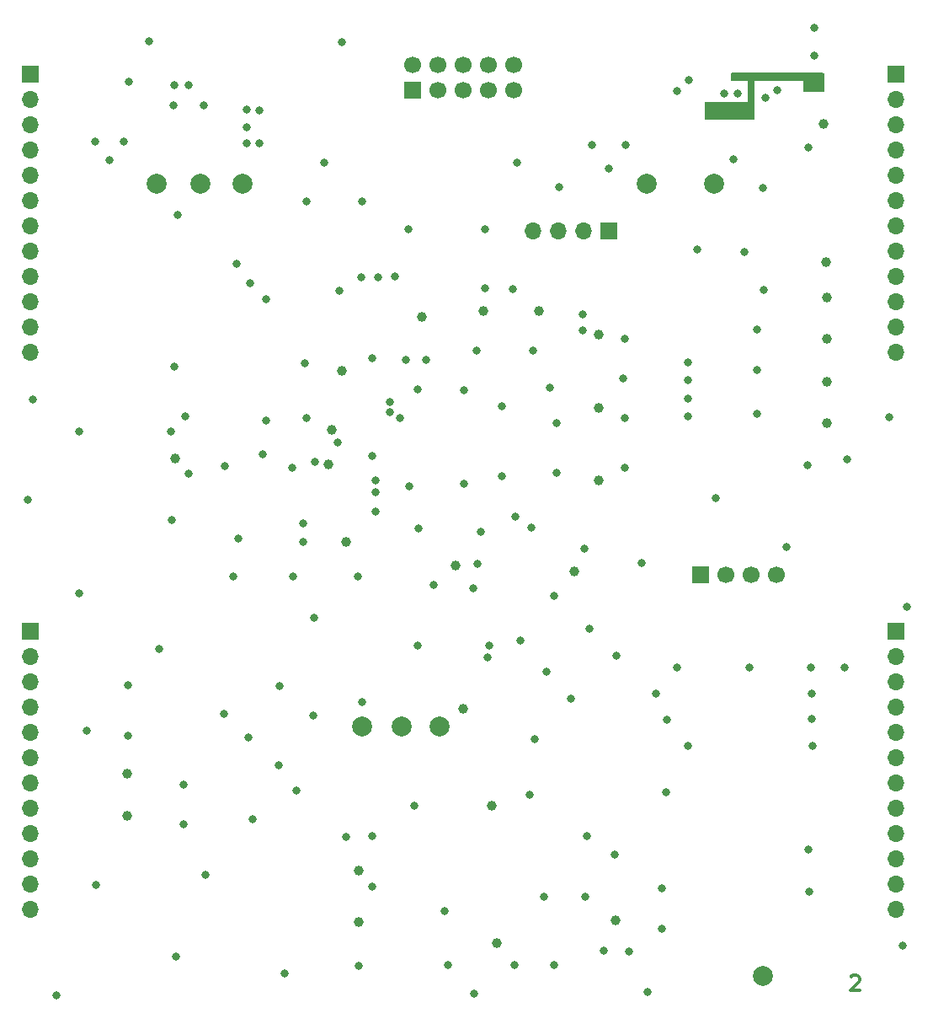
<source format=gbr>
G04 %TF.GenerationSoftware,KiCad,Pcbnew,(6.0.8)@% jlc*
G04 %TF.CreationDate,2022-10-20T13:21:54+01:00@% jlc*
G04 %TF.ProjectId,Punck_Components,50756e63-6b5f-4436-9f6d-706f6e656e74,rev?@% jlc*
G04 %TF.SameCoordinates,Original@% jlc*
G04 %TF.FileFunction,Copper,L2,Inr@% jlc*
G04 %TF.FilePolarity,Positive@% jlc*
%FSLAX46Y46*%
G04 Gerber Fmt 4.6, Leading zero omitted, Abs format (unit mm)*
G04 Created by KiCad (PCBNEW (6.0.8)) date 2022-10-20 13:21:54*
%MOMM*%
%LPD*%
G01*
G04 APERTURE LIST*
%ADD10C,0.300000*%
G04 %TA.AperFunction,NonConductor@% jlc*
%ADD11C,0.300000*%
G04 %TD@% jlc*
G04 %TA.AperFunction,ComponentPad@% jlc*
%ADD12R,1.700000X1.700000*%
G04 %TD@% jlc*
G04 %TA.AperFunction,ComponentPad@% jlc*
%ADD13C,1.700000*%
G04 %TD@% jlc*
G04 %TA.AperFunction,ComponentPad@% jlc*
%ADD14C,2.000000*%
G04 %TD@% jlc*
G04 %TA.AperFunction,ComponentPad@% jlc*
%ADD15O,1.700000X1.700000*%
G04 %TD@% jlc*
G04 %TA.AperFunction,ViaPad@% jlc*
%ADD16C,1.000000*%
G04 %TD@% jlc*
G04 %TA.AperFunction,ViaPad@% jlc*
%ADD17C,0.800000*%
G04 %TD@% jlc*
G04 APERTURE END LIST*
D10*
G04 %TO.C,FID1@% jlc*
D11*
X154571428Y-146721428D02*
X154642857Y-146650000D01*
X154785714Y-146578571D01*
X155142857Y-146578571D01*
X155285714Y-146650000D01*
X155357142Y-146721428D01*
X155428571Y-146864285D01*
X155428571Y-147007142D01*
X155357142Y-147221428D01*
X154500000Y-148078571D01*
X155428571Y-148078571D01*
G04 %TD@% jlc*
D12*
G04 %TO.N,-12V@% jlc*
G04 %TO.C,J7@% jlc*
X110500000Y-57662500D03*
D13*
X110500000Y-55122500D03*
G04 %TO.N,GND@% jlc*
X113040000Y-57662500D03*
X113040000Y-55122500D03*
X115580000Y-57662500D03*
X115580000Y-55122500D03*
X118120000Y-57662500D03*
X118120000Y-55122500D03*
G04 %TO.N,+12V@% jlc*
X120660000Y-57662500D03*
X120660000Y-55122500D03*
G04 %TD@% jlc*
D14*
G04 %TO.N,GND@% jlc*
G04 %TO.C,TP9@% jlc*
X145700000Y-146600000D03*
G04 %TD@% jlc*
G04 %TO.N,/DAC_BCLK@% jlc*
G04 %TO.C,TP3@% jlc*
X109400000Y-121600000D03*
G04 %TD@% jlc*
G04 %TO.N,VEE@% jlc*
G04 %TO.C,TP8@% jlc*
X84800000Y-67000000D03*
G04 %TD@% jlc*
G04 %TO.N,VCC@% jlc*
G04 %TO.C,TP7@% jlc*
X93400000Y-67000000D03*
G04 %TD@% jlc*
D12*
G04 %TO.N,/DAC2@% jlc*
G04 %TO.C,J5@% jlc*
X130200000Y-71800000D03*
D15*
G04 %TO.N,/DAC1@% jlc*
X127660000Y-71800000D03*
G04 %TO.N,/UART_RX@% jlc*
X125120000Y-71800000D03*
G04 %TO.N,/UART_TX@% jlc*
X122580000Y-71800000D03*
G04 %TD@% jlc*
D14*
G04 %TO.N,/DAC_LRCLK@% jlc*
G04 %TO.C,TP1@% jlc*
X105400000Y-121600000D03*
G04 %TD@% jlc*
G04 %TO.N,+3.3VA@% jlc*
G04 %TO.C,TP6@% jlc*
X89200000Y-67000000D03*
G04 %TD@% jlc*
G04 %TO.N,+3V3@% jlc*
G04 %TO.C,TP5@% jlc*
X140800000Y-67000000D03*
G04 %TD@% jlc*
D12*
G04 %TO.N,+3V3@% jlc*
G04 %TO.C,J6@% jlc*
X139500000Y-106300000D03*
D13*
G04 %TO.N,GND@% jlc*
X142040000Y-106300000D03*
G04 %TO.N,/SWIO@% jlc*
X144580000Y-106300000D03*
G04 %TO.N,/SWCLK@% jlc*
X147120000Y-106300000D03*
G04 %TD@% jlc*
D14*
G04 %TO.N,/DAC_DATA@% jlc*
G04 %TO.C,TP2@% jlc*
X113200000Y-121600000D03*
G04 %TD@% jlc*
G04 %TO.N,GND@% jlc*
G04 %TO.C,TP4@% jlc*
X134000000Y-67000000D03*
G04 %TD@% jlc*
D12*
G04 %TO.N,GND@% jlc*
G04 %TO.C,J3@% jlc*
X159100000Y-56000000D03*
D15*
G04 %TO.N,/SA_BTN@% jlc*
X159100000Y-58540000D03*
G04 %TO.N,/KI_BTN@% jlc*
X159100000Y-61080000D03*
G04 %TO.N,/SN_BTN@% jlc*
X159100000Y-63620000D03*
G04 %TO.N,/SA_LED@% jlc*
X159100000Y-66160000D03*
G04 %TO.N,/SB_BTN@% jlc*
X159100000Y-68700000D03*
G04 %TO.N,/SB_LED@% jlc*
X159100000Y-71240000D03*
G04 %TO.N,/MIDI_LEARN@% jlc*
X159100000Y-73780000D03*
G04 %TO.N,/MIDI_IN@% jlc*
X159100000Y-76320000D03*
G04 %TO.N,/CH_IN@% jlc*
X159100000Y-78860000D03*
G04 %TO.N,/OH_IN@% jlc*
X159100000Y-81400000D03*
G04 %TO.N,GND@% jlc*
X159100000Y-83940000D03*
G04 %TD@% jlc*
D12*
G04 %TO.N,GND@% jlc*
G04 %TO.C,J1@% jlc*
X72100000Y-56000000D03*
D15*
G04 %TO.N,/SNARE_FILTER_POT@% jlc*
X72100000Y-58540000D03*
G04 %TO.N,/SAMPLER_A_VOICE_POT@% jlc*
X72100000Y-61080000D03*
G04 %TO.N,/KICK_ATTACK_POT@% jlc*
X72100000Y-63620000D03*
G04 %TO.N,/KICK_DECAY_POT@% jlc*
X72100000Y-66160000D03*
G04 %TO.N,/KICK_VOL_POT@% jlc*
X72100000Y-68700000D03*
G04 %TO.N,/SNARE_TUNING_POT@% jlc*
X72100000Y-71240000D03*
G04 %TO.N,/HIHAT_DECAY_POT@% jlc*
X72100000Y-73780000D03*
G04 %TO.N,/SAMPLER_B_VOICE_POT@% jlc*
X72100000Y-76320000D03*
G04 %TO.N,/SNARE_VOL_POT@% jlc*
X72100000Y-78860000D03*
G04 %TO.N,/SAMPLER_A_SPEED_POT@% jlc*
X72100000Y-81400000D03*
G04 %TO.N,/SAMPLER_B_SPEED_POT@% jlc*
X72100000Y-83940000D03*
G04 %TD@% jlc*
D12*
G04 %TO.N,/SNARE_IN@% jlc*
G04 %TO.C,J4@% jlc*
X159100000Y-112000000D03*
D15*
G04 %TO.N,/KICK_IN@% jlc*
X159100000Y-114540000D03*
G04 %TO.N,/USB_DP@% jlc*
X159100000Y-117080000D03*
G04 %TO.N,/USB_DM@% jlc*
X159100000Y-119620000D03*
G04 %TO.N,/USB_VBUS@% jlc*
X159100000Y-122160000D03*
G04 %TO.N,/KI_LED@% jlc*
X159100000Y-124700000D03*
G04 %TO.N,/SN_LED@% jlc*
X159100000Y-127240000D03*
G04 %TO.N,/HH_LED@% jlc*
X159100000Y-129780000D03*
G04 %TO.N,/SEQ_SELECT@% jlc*
X159100000Y-132320000D03*
G04 %TO.N,GND@% jlc*
X159100000Y-134860000D03*
X159100000Y-137400000D03*
G04 %TO.N,+3.3VA@% jlc*
X159100000Y-139940000D03*
G04 %TD@% jlc*
D12*
G04 %TO.N,GND@% jlc*
G04 %TO.C,J2@% jlc*
X72100000Y-112000000D03*
D15*
G04 %TO.N,/HIHAT_VOL_POT@% jlc*
X72100000Y-114540000D03*
G04 %TO.N,/SAMPLER_A_VOL_POT@% jlc*
X72100000Y-117080000D03*
G04 %TO.N,/SAMPLER_B_VOL_POT@% jlc*
X72100000Y-119620000D03*
G04 %TO.N,/HH_BTN@% jlc*
X72100000Y-122160000D03*
G04 %TO.N,/TEMPO_POT@% jlc*
X72100000Y-124700000D03*
G04 %TO.N,/SAMPLER_A_IN@% jlc*
X72100000Y-127240000D03*
G04 %TO.N,/SAMPLER_B_IN@% jlc*
X72100000Y-129780000D03*
G04 %TO.N,/AUDIO_OUT_R@% jlc*
X72100000Y-132320000D03*
G04 %TO.N,/TEMPO_OUT@% jlc*
X72100000Y-134860000D03*
G04 %TO.N,/AUDIO_OUT_L@% jlc*
X72100000Y-137400000D03*
G04 %TO.N,GND@% jlc*
X72100000Y-139940000D03*
G04 %TD@% jlc*
D16*
G04 %TO.N,+3.3VA@% jlc*
X81786250Y-126300000D03*
X152200000Y-86900000D03*
X119000000Y-143300000D03*
X152200000Y-91100000D03*
X81786250Y-130500000D03*
X152200000Y-78500000D03*
X152200000Y-82600000D03*
X152100000Y-74900000D03*
X130900000Y-141000000D03*
D17*
G04 %TO.N,/SN_BTN@% jlc*
X138200000Y-88600000D03*
G04 %TO.N,/SA_BTN@% jlc*
X138200000Y-85000000D03*
G04 %TO.N,GND@% jlc*
X94400000Y-130900000D03*
X135600000Y-137800000D03*
X84000000Y-52700000D03*
X145700000Y-67500000D03*
X123950000Y-116100000D03*
X132250000Y-144150000D03*
X131800000Y-95600000D03*
X85000000Y-113800000D03*
X147150000Y-57600000D03*
X105400000Y-119100000D03*
X115700000Y-97200000D03*
X128300000Y-111750000D03*
X145150000Y-90150000D03*
X150550000Y-115600000D03*
X97100000Y-117500000D03*
X108750000Y-76350000D03*
X103850000Y-132650000D03*
X131800000Y-90600000D03*
X103150000Y-77750000D03*
X86450000Y-59200000D03*
X139100000Y-73600000D03*
X89500000Y-59200000D03*
X99850000Y-68800000D03*
X92450000Y-106500000D03*
X134100000Y-148200000D03*
X95100000Y-59650000D03*
X99700000Y-85100000D03*
X93800000Y-61350000D03*
X122300000Y-128400000D03*
X125000000Y-96100000D03*
X129700000Y-144100000D03*
X160200000Y-109500000D03*
X93800000Y-59600000D03*
X71800000Y-98800000D03*
X88000000Y-57100000D03*
X153900000Y-115600000D03*
X130200000Y-65550000D03*
X86200000Y-91900000D03*
X143900000Y-73900000D03*
X135600000Y-141900000D03*
X80000000Y-64650000D03*
X150700000Y-123500000D03*
X110650000Y-129500000D03*
X128550000Y-63150000D03*
X117400000Y-102000000D03*
X95800000Y-90800000D03*
X143150000Y-57950000D03*
X86500000Y-57100000D03*
X77700000Y-122000000D03*
X100700000Y-95000000D03*
X119500000Y-89400000D03*
X130950000Y-114450000D03*
X137100000Y-57750000D03*
X86500000Y-85400000D03*
X154150000Y-94750000D03*
X116700000Y-148400000D03*
X101600000Y-64900000D03*
X130800000Y-134400000D03*
X126400000Y-118800000D03*
X106400000Y-137650000D03*
X107000000Y-76400000D03*
X145100000Y-81700000D03*
X92800000Y-75100000D03*
X81900000Y-117400000D03*
X112600000Y-107300000D03*
X131800000Y-82650000D03*
X99500000Y-101200000D03*
X116600000Y-107700000D03*
X94000000Y-122700000D03*
X109200000Y-90600000D03*
X78700000Y-137500000D03*
X144400000Y-115600000D03*
X135000000Y-118300000D03*
X137100000Y-115600000D03*
X89700000Y-136500000D03*
X142800000Y-64600000D03*
X106400000Y-84600000D03*
X119500000Y-96400000D03*
X136100000Y-120900000D03*
X123700000Y-138700000D03*
X100500000Y-120500000D03*
X148100000Y-103500000D03*
X133500000Y-105100000D03*
X124700000Y-108400000D03*
X99500000Y-103000000D03*
X86300000Y-100850000D03*
X120750000Y-145500000D03*
X158400000Y-90500000D03*
X77000000Y-108200000D03*
X97000000Y-125500000D03*
X121300000Y-112900000D03*
X125200000Y-67400000D03*
X150900000Y-51400000D03*
X122800000Y-122800000D03*
X124700000Y-145500000D03*
X106800000Y-96850000D03*
X150600000Y-118300000D03*
X141850000Y-57950000D03*
X87600000Y-90400000D03*
X136000000Y-128200000D03*
X97600000Y-146400000D03*
X141000000Y-98600000D03*
X105000000Y-106500000D03*
X150600000Y-120800000D03*
X145800000Y-77700000D03*
X87450000Y-127400000D03*
X100600000Y-110600000D03*
X82000000Y-56800000D03*
X87448750Y-131400000D03*
X93800000Y-63000000D03*
X110100000Y-71600000D03*
X86700000Y-144700000D03*
X86900000Y-70200000D03*
X131900000Y-63150000D03*
X77000000Y-91900000D03*
X145950000Y-58400000D03*
X95100000Y-62950000D03*
X98500000Y-106500000D03*
X103400000Y-52800000D03*
X150900000Y-54200000D03*
X105350000Y-76400000D03*
X138200000Y-123500000D03*
X131700000Y-86600000D03*
X115700000Y-87800000D03*
X116900000Y-83800000D03*
X125000000Y-91100000D03*
X74700000Y-148600000D03*
X91500000Y-120300000D03*
X145150000Y-85750000D03*
X121000000Y-64900000D03*
X113700000Y-140100000D03*
X150200000Y-95300000D03*
X72300000Y-88700000D03*
X117750000Y-71600000D03*
X138250000Y-56600000D03*
X117800000Y-77500000D03*
X127850000Y-138700000D03*
X105400000Y-68800000D03*
X150300000Y-133900000D03*
X128000000Y-132600000D03*
X159800000Y-143600000D03*
X150300000Y-63400000D03*
X127800000Y-103700000D03*
X105100000Y-145650000D03*
X150400000Y-138150000D03*
X99800000Y-90600000D03*
X120550000Y-77600000D03*
X98800000Y-128000000D03*
X81900000Y-122500000D03*
X78600000Y-62800000D03*
X81450000Y-62800000D03*
X124300000Y-87500000D03*
X106400000Y-132600000D03*
X111000000Y-87700000D03*
X114100000Y-145550000D03*
G04 %TO.N,/KI_BTN@% jlc*
X138200000Y-86800000D03*
G04 %TO.N,/SB_BTN@% jlc*
X138200000Y-90400000D03*
G04 %TO.N,/SNARE_FILTER_POT@% jlc*
X94200000Y-77000000D03*
X111850000Y-84750000D03*
G04 %TO.N,/SAMPLER_A_VOICE_POT@% jlc*
X109850000Y-84750000D03*
X95800000Y-78600000D03*
G04 %TO.N,/SAMPLER_A_VOL_POT@% jlc*
X87970000Y-96170000D03*
X108215055Y-88974192D03*
G04 %TO.N,/SAMPLER_B_VOL_POT@% jlc*
X91600000Y-95400000D03*
X108250000Y-90000000D03*
G04 %TO.N,/TEMPO_POT@% jlc*
X93000000Y-102700000D03*
X103000000Y-93000000D03*
D16*
G04 %TO.N,+3V3@% jlc*
X151800000Y-61000000D03*
X118500000Y-129550000D03*
X129200000Y-96800000D03*
X129200000Y-89600000D03*
X115600000Y-119800000D03*
X86600000Y-94600000D03*
X126800000Y-106000000D03*
X114800000Y-105400000D03*
X123200000Y-79800000D03*
X102000000Y-95200000D03*
X111400000Y-80400000D03*
X103800000Y-103000000D03*
X102400000Y-91800000D03*
X117600000Y-79800000D03*
X129200000Y-82200000D03*
X103400000Y-85800000D03*
D17*
X117000000Y-105200000D03*
G04 %TO.N,/VSW@% jlc*
X141800000Y-59700000D03*
X144100000Y-56300000D03*
X150400000Y-56500000D03*
X151350000Y-56500000D03*
G04 %TO.N,/SA_LED_OUT@% jlc*
X120800000Y-100475500D03*
X127600000Y-80200000D03*
G04 %TO.N,/SB_LED_OUT@% jlc*
X127600000Y-81800000D03*
X122400000Y-101600000D03*
D16*
G04 %TO.N,VCC@% jlc*
X105100000Y-141200000D03*
G04 %TO.N,VEE@% jlc*
X105100000Y-136000000D03*
D17*
G04 %TO.N,/QSPI_CLK@% jlc*
X110200000Y-97400000D03*
X111000000Y-113400000D03*
G04 %TO.N,/QSPI_BK2_IO0@% jlc*
X106400000Y-94400000D03*
X95400000Y-94200000D03*
G04 %TO.N,/QSPI_BK1_IO1@% jlc*
X111124500Y-101686140D03*
X118000000Y-114600000D03*
G04 %TO.N,/QSPI_BK2_NCS@% jlc*
X106800000Y-100000000D03*
G04 %TO.N,/QSPI_BK1_IO2@% jlc*
X122600000Y-83800000D03*
X118200000Y-113400000D03*
G04 %TO.N,/OCTOSPIM_P2_NCS@% jlc*
X106800000Y-98000000D03*
G04 %TO.N,Net-(JP1-Pad2)@% jlc*
X98362299Y-95537701D03*
G04 %TD@% jlc*
G04 %TA.AperFunction,Conductor@% jlc*
G04 %TO.N,/VSW@% jlc*
G36*
X151842121Y-55920002D02*
G01*
X151888614Y-55973658D01*
X151900000Y-56026000D01*
X151900000Y-57674000D01*
X151879998Y-57742121D01*
X151826342Y-57788614D01*
X151774000Y-57800000D01*
X149926000Y-57800000D01*
X149857879Y-57779998D01*
X149811386Y-57726342D01*
X149800000Y-57674000D01*
X149800000Y-56700000D01*
X147298721Y-56700000D01*
X147272524Y-56697246D01*
X147251953Y-56692873D01*
X147251940Y-56692872D01*
X147245487Y-56691500D01*
X147054513Y-56691500D01*
X147048060Y-56692872D01*
X147048047Y-56692873D01*
X147027476Y-56697246D01*
X147001279Y-56700000D01*
X144900000Y-56700000D01*
X144900000Y-60474000D01*
X144879998Y-60542121D01*
X144826342Y-60588614D01*
X144774000Y-60600000D01*
X140026000Y-60600000D01*
X139957879Y-60579998D01*
X139911386Y-60526342D01*
X139900000Y-60474000D01*
X139900000Y-58926000D01*
X139920002Y-58857879D01*
X139973658Y-58811386D01*
X140026000Y-58800000D01*
X141498717Y-58800000D01*
X141549966Y-58810893D01*
X141567712Y-58818794D01*
X141661113Y-58838647D01*
X141748056Y-58857128D01*
X141748061Y-58857128D01*
X141754513Y-58858500D01*
X141945487Y-58858500D01*
X141951939Y-58857128D01*
X141951944Y-58857128D01*
X142038887Y-58838647D01*
X142132288Y-58818794D01*
X142150034Y-58810893D01*
X142201283Y-58800000D01*
X142798717Y-58800000D01*
X142849966Y-58810893D01*
X142867712Y-58818794D01*
X142961113Y-58838647D01*
X143048056Y-58857128D01*
X143048061Y-58857128D01*
X143054513Y-58858500D01*
X143245487Y-58858500D01*
X143251939Y-58857128D01*
X143251944Y-58857128D01*
X143338887Y-58838647D01*
X143432288Y-58818794D01*
X143450034Y-58810893D01*
X143501283Y-58800000D01*
X144200000Y-58800000D01*
X144200000Y-56700000D01*
X142626000Y-56700000D01*
X142557879Y-56679998D01*
X142511386Y-56626342D01*
X142500000Y-56574000D01*
X142500000Y-56026000D01*
X142520002Y-55957879D01*
X142573658Y-55911386D01*
X142626000Y-55900000D01*
X151774000Y-55900000D01*
X151842121Y-55920002D01*
G37*
G04 %TD.AperFunction@% jlc*
G04 %TD@% jlc*
M02*

</source>
